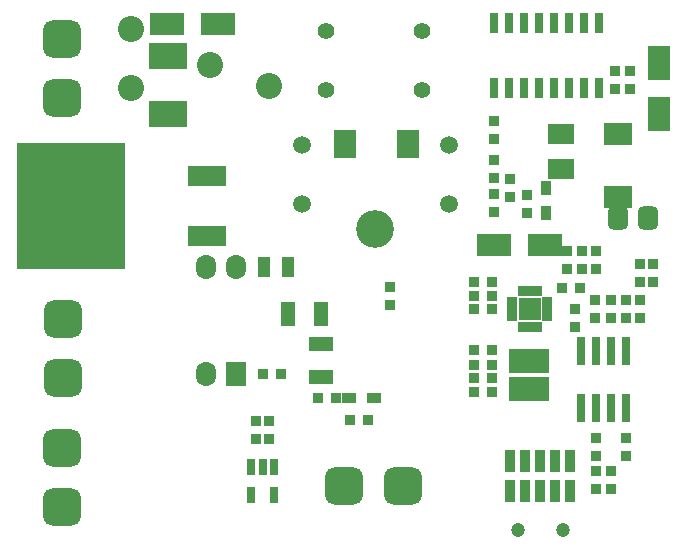
<source format=gbs>
G04*
G04 #@! TF.GenerationSoftware,Altium Limited,Altium Designer,19.0.14 (431)*
G04*
G04 Layer_Color=16711935*
%FSLAX25Y25*%
%MOIN*%
G70*
G01*
G75*
%ADD33R,0.03800X0.03800*%
%ADD35R,0.03800X0.03800*%
%ADD37R,0.03162X0.05328*%
%ADD41C,0.04737*%
%ADD43C,0.12611*%
G04:AMPARAMS|DCode=44|XSize=126.11mil|YSize=126.11mil|CornerRadius=33.53mil|HoleSize=0mil|Usage=FLASHONLY|Rotation=0.000|XOffset=0mil|YOffset=0mil|HoleType=Round|Shape=RoundedRectangle|*
%AMROUNDEDRECTD44*
21,1,0.12611,0.05906,0,0,0.0*
21,1,0.05906,0.12611,0,0,0.0*
1,1,0.06706,0.02953,-0.02953*
1,1,0.06706,-0.02953,-0.02953*
1,1,0.06706,-0.02953,0.02953*
1,1,0.06706,0.02953,0.02953*
%
%ADD44ROUNDEDRECTD44*%
%ADD45C,0.05918*%
%ADD46C,0.05524*%
%ADD47C,0.08674*%
G04:AMPARAMS|DCode=48|XSize=126.11mil|YSize=126.11mil|CornerRadius=33.53mil|HoleSize=0mil|Usage=FLASHONLY|Rotation=270.000|XOffset=0mil|YOffset=0mil|HoleType=Round|Shape=RoundedRectangle|*
%AMROUNDEDRECTD48*
21,1,0.12611,0.05906,0,0,270.0*
21,1,0.05906,0.12611,0,0,270.0*
1,1,0.06706,-0.02953,-0.02953*
1,1,0.06706,-0.02953,0.02953*
1,1,0.06706,0.02953,0.02953*
1,1,0.06706,0.02953,-0.02953*
%
%ADD48ROUNDEDRECTD48*%
G04:AMPARAMS|DCode=49|XSize=67.06mil|YSize=78.87mil|CornerRadius=18.76mil|HoleSize=0mil|Usage=FLASHONLY|Rotation=0.000|XOffset=0mil|YOffset=0mil|HoleType=Round|Shape=RoundedRectangle|*
%AMROUNDEDRECTD49*
21,1,0.06706,0.04134,0,0,0.0*
21,1,0.02953,0.07887,0,0,0.0*
1,1,0.03753,0.01476,-0.02067*
1,1,0.03753,-0.01476,-0.02067*
1,1,0.03753,-0.01476,0.02067*
1,1,0.03753,0.01476,0.02067*
%
%ADD49ROUNDEDRECTD49*%
%ADD101R,0.08674X0.06509*%
%ADD102R,0.06706X0.08280*%
%ADD103O,0.06706X0.08280*%
%ADD104R,0.07493X0.07493*%
%ADD105R,0.01981X0.03359*%
%ADD106R,0.03359X0.01981*%
%ADD107R,0.11233X0.07690*%
%ADD108R,0.03162X0.09461*%
%ADD109R,0.13800X0.07887*%
%ADD110R,0.03792X0.07808*%
%ADD111R,0.04737X0.03359*%
%ADD112R,0.04800X0.08300*%
%ADD113R,0.08300X0.04800*%
%ADD114R,0.04343X0.06800*%
%ADD115R,0.03162X0.06706*%
%ADD116R,0.07493X0.09461*%
%ADD117R,0.12611X0.08517*%
%ADD118R,0.36233X0.42139*%
%ADD119R,0.12611X0.06706*%
%ADD120R,0.07690X0.11233*%
%ADD121R,0.09461X0.07493*%
%ADD122R,0.03359X0.04737*%
D33*
X211300Y86500D02*
D03*
Y92500D02*
D03*
X162485Y134110D02*
D03*
Y140110D02*
D03*
X187000Y97048D02*
D03*
Y91048D02*
D03*
X211250Y80500D02*
D03*
Y74500D02*
D03*
X206500Y28452D02*
D03*
Y34452D02*
D03*
X196500Y28500D02*
D03*
Y34500D02*
D03*
X196548Y23548D02*
D03*
Y17548D02*
D03*
X201500Y23548D02*
D03*
Y17548D02*
D03*
X110000Y48054D02*
D03*
X104000D02*
D03*
X128000Y78855D02*
D03*
Y84855D02*
D03*
X201500Y80548D02*
D03*
Y74548D02*
D03*
X173452Y109610D02*
D03*
Y115610D02*
D03*
X168000Y121048D02*
D03*
Y115048D02*
D03*
X155888Y50000D02*
D03*
X161888D02*
D03*
X155888Y59000D02*
D03*
X161888D02*
D03*
X155888Y77500D02*
D03*
X161888D02*
D03*
X155888Y86500D02*
D03*
X161888D02*
D03*
X155888Y82000D02*
D03*
X161888D02*
D03*
X155888Y54596D02*
D03*
X161888D02*
D03*
X196388Y80548D02*
D03*
Y74548D02*
D03*
D35*
X215700Y92500D02*
D03*
Y86500D02*
D03*
X206500Y74594D02*
D03*
Y80594D02*
D03*
X120548Y40500D02*
D03*
X114548D02*
D03*
X91548Y56000D02*
D03*
X85548D02*
D03*
X87685Y40185D02*
D03*
Y34185D02*
D03*
X83185Y40185D02*
D03*
Y34185D02*
D03*
X162534Y116000D02*
D03*
Y110000D02*
D03*
X162485Y121158D02*
D03*
Y127157D02*
D03*
X208000Y151000D02*
D03*
Y157000D02*
D03*
X196500Y97000D02*
D03*
Y91000D02*
D03*
X192000D02*
D03*
Y97000D02*
D03*
X203027Y157016D02*
D03*
Y151015D02*
D03*
X155888Y64000D02*
D03*
X161888D02*
D03*
X189500Y71595D02*
D03*
Y77595D02*
D03*
X185198Y84500D02*
D03*
X191198D02*
D03*
D37*
X81760Y24941D02*
D03*
X85500D02*
D03*
X89240D02*
D03*
Y15689D02*
D03*
X81760D02*
D03*
D41*
X185500Y4000D02*
D03*
X170500D02*
D03*
D43*
X123000Y104100D02*
D03*
D44*
X132185Y18500D02*
D03*
X112500D02*
D03*
D45*
X147500Y112657D02*
D03*
Y132343D02*
D03*
X98500Y112657D02*
D03*
Y132343D02*
D03*
D46*
X138433Y170311D02*
D03*
Y150626D02*
D03*
X106500Y170311D02*
D03*
Y150626D02*
D03*
D47*
X68000Y159000D02*
D03*
X87685Y151913D02*
D03*
X41500Y170933D02*
D03*
Y151248D02*
D03*
D48*
X18500Y147815D02*
D03*
Y167500D02*
D03*
Y11500D02*
D03*
Y31185D02*
D03*
X19000Y54500D02*
D03*
Y74185D02*
D03*
D49*
X204079Y108000D02*
D03*
X213921D02*
D03*
D101*
X185000Y124193D02*
D03*
Y135807D02*
D03*
D102*
X76500Y56067D02*
D03*
D103*
X66500D02*
D03*
X76500Y91500D02*
D03*
X66500D02*
D03*
D104*
X174500Y77595D02*
D03*
D105*
X171547Y71689D02*
D03*
X173516D02*
D03*
X175485D02*
D03*
X177453D02*
D03*
X171547Y83500D02*
D03*
X173516D02*
D03*
X175485D02*
D03*
X177453D02*
D03*
D106*
X180406Y74642D02*
D03*
Y76610D02*
D03*
Y78579D02*
D03*
Y80547D02*
D03*
X168595D02*
D03*
Y78579D02*
D03*
Y76610D02*
D03*
Y74642D02*
D03*
D107*
X162534Y99000D02*
D03*
X179466D02*
D03*
X70466Y172500D02*
D03*
X53534D02*
D03*
D108*
X206500Y44551D02*
D03*
X201500D02*
D03*
X196500D02*
D03*
X191500D02*
D03*
X206500Y63449D02*
D03*
X201500D02*
D03*
X196500D02*
D03*
X191500D02*
D03*
D109*
X174400Y60100D02*
D03*
Y50900D02*
D03*
D110*
X188000Y17000D02*
D03*
Y27000D02*
D03*
X183000Y17000D02*
D03*
Y27000D02*
D03*
X178000Y17000D02*
D03*
Y27000D02*
D03*
X173000Y17000D02*
D03*
Y27000D02*
D03*
X168000Y17000D02*
D03*
Y27000D02*
D03*
D111*
X114396Y48000D02*
D03*
X122604D02*
D03*
D112*
X104840Y75950D02*
D03*
X93840D02*
D03*
D113*
X104950Y54900D02*
D03*
Y65900D02*
D03*
D114*
X86095Y91583D02*
D03*
X94095D02*
D03*
D115*
X197485Y151102D02*
D03*
X192484D02*
D03*
X187485D02*
D03*
X182484D02*
D03*
X177485D02*
D03*
X172485D02*
D03*
X167484D02*
D03*
X162485D02*
D03*
X197485Y172953D02*
D03*
X192484D02*
D03*
X187485D02*
D03*
X182484D02*
D03*
X177485D02*
D03*
X172485D02*
D03*
X167484D02*
D03*
X162485D02*
D03*
D116*
X113067Y132500D02*
D03*
X133933D02*
D03*
D117*
X54000Y142460D02*
D03*
Y161791D02*
D03*
D118*
X21500Y112000D02*
D03*
D119*
X66776Y101842D02*
D03*
D03*
Y121843D02*
D03*
D120*
X217500Y142636D02*
D03*
Y159568D02*
D03*
D121*
X204000Y135933D02*
D03*
Y115067D02*
D03*
D122*
X180000Y109553D02*
D03*
Y117762D02*
D03*
M02*

</source>
